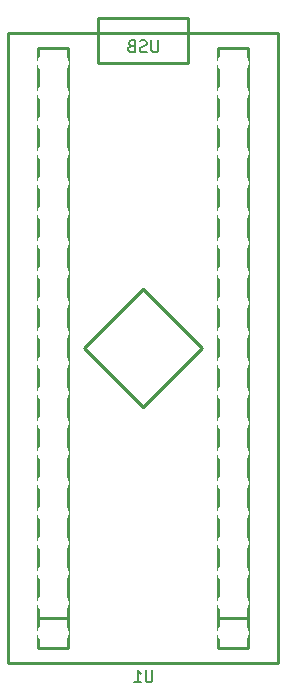
<source format=gbo>
G04 --- HEADER BEGIN --- *
%TF.GenerationSoftware,LibrePCB,LibrePCB,0.1.0*%
%TF.CreationDate,2018-07-30T22:42:00*%
%TF.ProjectId,desklift - bottom,cc45967b-cddc-4eac-8902-aaf571f4ea35,v2*%
%TF.Part,Single*%
%FSLAX66Y66*%
%MOMM*%
G01*
G74*
G04 --- HEADER END --- *
G04 --- APERTURE LIST BEGIN --- *
%ADD10C,0.25*%
%ADD11C,0.2*%
%ADD12O,2.74X1.47*%
%ADD13C,1.8*%
G04 --- APERTURE LIST END --- *
G04 --- BOARD BEGIN --- *
D10*
X76201808Y33019696D02*
X73661808Y33019696D01*
X76201808Y81279696D02*
X73661808Y81279696D01*
X73661808Y30479696D01*
X76201808Y30479696D01*
X76201808Y81279696D01*
X67311808Y50879696D02*
X72311808Y55879696D01*
X67311808Y60879696D01*
X62311808Y55879696D01*
X67311808Y50879696D01*
X78741808Y82549696D02*
X55881808Y82549696D01*
X55881808Y29209696D01*
X78741808Y29209696D01*
X78741808Y82549696D01*
X60961808Y30479696D02*
X58421808Y30479696D01*
X58421808Y81279696D01*
X60961808Y81279696D01*
X60961808Y30479696D01*
X60961808Y33019696D02*
X58421808Y33019696D01*
X71121808Y83819696D02*
X63501808Y83819696D01*
X63501808Y80009696D01*
X71121808Y80009696D01*
X71121808Y83819696D01*
D11*
X68568362Y81915000D02*
X68568362Y81105000D01*
X68520584Y81010556D01*
X68472806Y80962778D01*
X68378362Y80915000D01*
X68187251Y80915000D01*
X68091695Y80962778D01*
X68045029Y81010556D01*
X67997251Y81105000D01*
X67997251Y81915000D01*
X67597251Y80962778D02*
X67453918Y80915000D01*
X67216140Y80915000D01*
X67120584Y80962778D01*
X67073918Y81010556D01*
X67026140Y81105000D01*
X67026140Y81200556D01*
X67073918Y81296111D01*
X67120584Y81343889D01*
X67216140Y81391667D01*
X67407251Y81438333D01*
X67501695Y81486111D01*
X67549473Y81533889D01*
X67597251Y81629444D01*
X67597251Y81725000D01*
X67549473Y81819444D01*
X67501695Y81867222D01*
X67407251Y81915000D01*
X67168362Y81915000D01*
X67026140Y81867222D01*
X66292807Y81438333D02*
X66149473Y81391667D01*
X66102807Y81343889D01*
X66055029Y81248333D01*
X66055029Y81105000D01*
X66102807Y81010556D01*
X66149473Y80962778D01*
X66245029Y80915000D01*
X66626140Y80915000D01*
X66626140Y81915000D01*
X66292807Y81915000D01*
X66197251Y81867222D01*
X66149473Y81819444D01*
X66102807Y81725000D01*
X66102807Y81629444D01*
X66149473Y81533889D01*
X66197251Y81486111D01*
X66292807Y81438333D01*
X66626140Y81438333D01*
X68082807Y28575000D02*
X68082807Y27765000D01*
X68035029Y27670556D01*
X67987251Y27622778D01*
X67892807Y27575000D01*
X67701696Y27575000D01*
X67606140Y27622778D01*
X67559474Y27670556D01*
X67511696Y27765000D01*
X67511696Y28575000D01*
X66540585Y27575000D02*
X67111696Y27575000D01*
X66826140Y27575000D02*
X66826140Y28575000D01*
X66921696Y28431667D01*
X67016140Y28337222D01*
X67111696Y28289444D01*
%LPC*%
D12*
X43180000Y79851250D03*
X43180000Y69691250D03*
X43180000Y74771250D03*
X43338750Y61118750D03*
X43338750Y50958750D03*
X43338750Y56038750D03*
X59691808Y41909696D03*
X59691808Y67309696D03*
X59691808Y77469696D03*
X59691808Y72389696D03*
X74931808Y57149696D03*
X74931808Y72389696D03*
X59691808Y54609696D03*
X59691808Y34289696D03*
X59691808Y44449696D03*
X74931808Y80009696D03*
X74931808Y54609696D03*
X59691808Y62229696D03*
X74931808Y31749696D03*
X74931808Y62229696D03*
X59691808Y69849696D03*
X74931808Y52069696D03*
X59691808Y31749696D03*
X74931808Y77469696D03*
X59691808Y57149696D03*
X74931808Y59689696D03*
X74931808Y44449696D03*
X59691808Y39369696D03*
X59691808Y46989696D03*
X74931808Y36829696D03*
X59691808Y64769696D03*
X74931808Y67309696D03*
X59691808Y80009696D03*
X59691808Y49529696D03*
X59691808Y52069696D03*
X74931808Y74929696D03*
X74931808Y69849696D03*
X74931808Y64769696D03*
X59691808Y36829696D03*
X74931808Y41909696D03*
X74931808Y46989696D03*
X74931808Y39369696D03*
X59691808Y59689696D03*
X74931808Y34289696D03*
X74931808Y49529696D03*
X59691808Y74929696D03*
D13*
X43180000Y71755000D03*
X68381560Y77311344D03*
G04 --- BOARD END --- *
%TF.MD5,31279f07007173f9185874c1254e8dab*%
M02*

</source>
